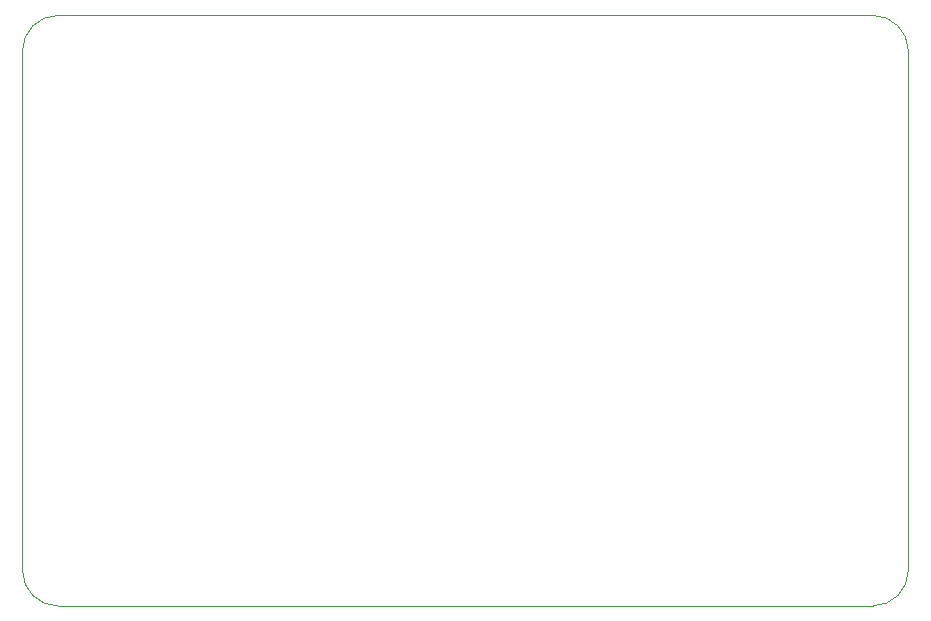
<source format=gm1>
G04 #@! TF.GenerationSoftware,KiCad,Pcbnew,9.0.4*
G04 #@! TF.CreationDate,2025-10-31T21:14:42-06:00*
G04 #@! TF.ProjectId,tutorial,7475746f-7269-4616-9c2e-6b696361645f,rev?*
G04 #@! TF.SameCoordinates,Original*
G04 #@! TF.FileFunction,Profile,NP*
%FSLAX46Y46*%
G04 Gerber Fmt 4.6, Leading zero omitted, Abs format (unit mm)*
G04 Created by KiCad (PCBNEW 9.0.4) date 2025-10-31 21:14:42*
%MOMM*%
%LPD*%
G01*
G04 APERTURE LIST*
G04 #@! TA.AperFunction,Profile*
%ADD10C,0.050000*%
G04 #@! TD*
G04 APERTURE END LIST*
D10*
X59000000Y-126500000D02*
X128000000Y-126500000D01*
X59000000Y-76500000D02*
X128000000Y-76500000D01*
X59000000Y-126500000D02*
G75*
G02*
X56000000Y-123500000I0J3000000D01*
G01*
X131000000Y-123500000D02*
X131000000Y-79500000D01*
X56000000Y-79500000D02*
G75*
G02*
X59000000Y-76500000I3000000J0D01*
G01*
X56000000Y-123500000D02*
X56000000Y-79500000D01*
X128000000Y-76500000D02*
G75*
G02*
X131000000Y-79500000I0J-3000000D01*
G01*
X131000000Y-123500000D02*
G75*
G02*
X128000000Y-126500000I-3000000J0D01*
G01*
M02*

</source>
